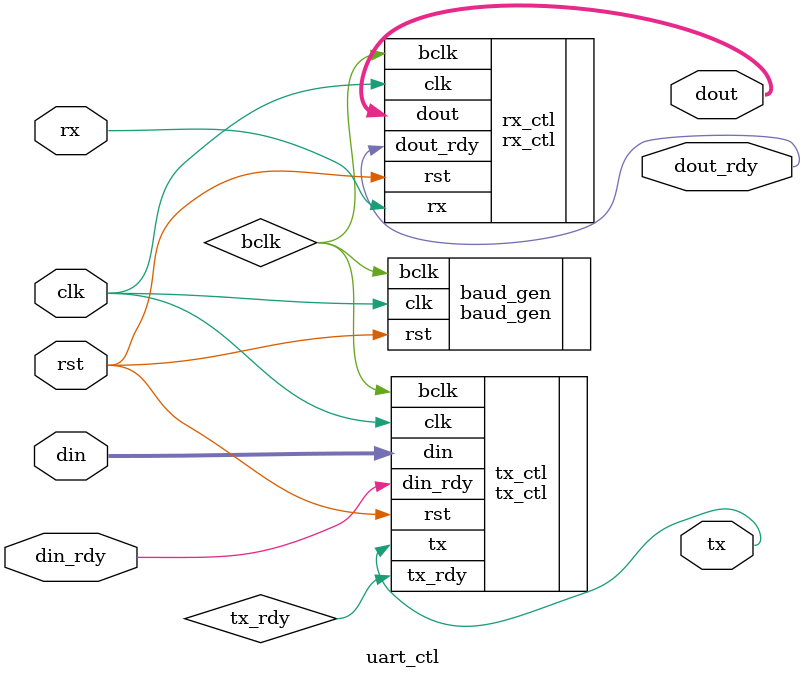
<source format=v>
module uart_ctl(
    input           clk,
    input           rst,

    /* I/O buses. */
    input           rx,

    /* Data to send. */
    input    [7:0]  din,
    /* Data to send is ready. */
    input           din_rdy,

    output          tx,
    /* Received data. */
    output   [7:0]  dout,
    /* Receive ends; data ready. */
    output          dout_rdy
    /* Controller ready for transmission. */
    // output          tx_rdy
);

    wire    bclk;

    baud_gen baud_gen(
        .clk(clk),
        .rst(rst),

        .bclk(bclk)
    );

    rx_ctl rx_ctl(
        .clk (clk),
        .rst (rst),

        .bclk(bclk),
        .rx  (rx),

        .dout    (dout),
        .dout_rdy(dout_rdy)
    );

    tx_ctl tx_ctl(
        .clk (clk),
        .rst (rst),
        .bclk(bclk),

        .din    (din),
        .din_rdy(din_rdy),

        .tx    (tx),
        .tx_rdy(tx_rdy)
    );

endmodule

</source>
